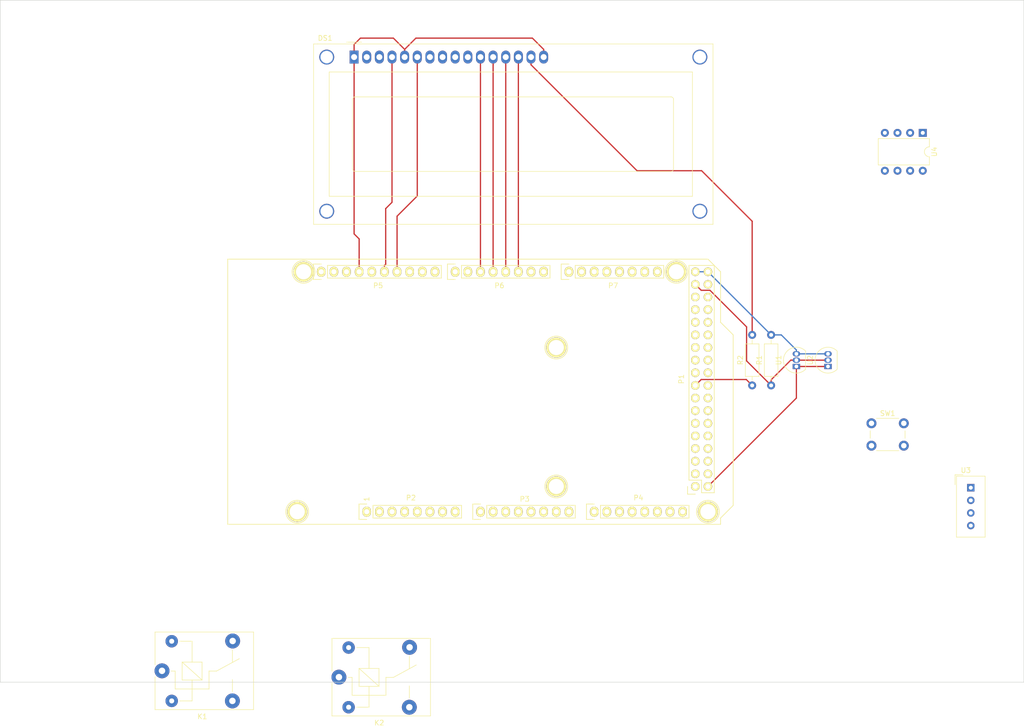
<source format=kicad_pcb>
(kicad_pcb (version 20171130) (host pcbnew 5.1.5-2.fc32)

  (general
    (thickness 1.6)
    (drawings 31)
    (tracks 54)
    (zones 0)
    (modules 23)
    (nets 106)
  )

  (page A4)
  (title_block
    (date "mar. 31 mars 2015")
  )

  (layers
    (0 F.Cu signal)
    (31 B.Cu signal)
    (32 B.Adhes user hide)
    (33 F.Adhes user hide)
    (34 B.Paste user hide)
    (35 F.Paste user hide)
    (36 B.SilkS user hide)
    (37 F.SilkS user)
    (38 B.Mask user hide)
    (39 F.Mask user hide)
    (40 Dwgs.User user hide)
    (41 Cmts.User user hide)
    (42 Eco1.User user hide)
    (43 Eco2.User user hide)
    (44 Edge.Cuts user)
    (45 Margin user hide)
    (46 B.CrtYd user hide)
    (47 F.CrtYd user)
    (48 B.Fab user hide)
    (49 F.Fab user)
  )

  (setup
    (last_trace_width 0.25)
    (trace_clearance 0.2)
    (zone_clearance 0.508)
    (zone_45_only no)
    (trace_min 0.2)
    (via_size 0.6)
    (via_drill 0.4)
    (via_min_size 0.4)
    (via_min_drill 0.3)
    (uvia_size 0.3)
    (uvia_drill 0.1)
    (uvias_allowed no)
    (uvia_min_size 0.2)
    (uvia_min_drill 0.1)
    (edge_width 0.15)
    (segment_width 0.15)
    (pcb_text_width 0.3)
    (pcb_text_size 1.5 1.5)
    (mod_edge_width 0.15)
    (mod_text_size 1 1)
    (mod_text_width 0.15)
    (pad_size 4.064 4.064)
    (pad_drill 3.048)
    (pad_to_mask_clearance 0)
    (aux_axis_origin 103.378 121.666)
    (grid_origin 103.378 121.666)
    (visible_elements FFFFFF7F)
    (pcbplotparams
      (layerselection 0x00030_80000001)
      (usegerberextensions false)
      (usegerberattributes false)
      (usegerberadvancedattributes false)
      (creategerberjobfile false)
      (excludeedgelayer true)
      (linewidth 0.100000)
      (plotframeref false)
      (viasonmask false)
      (mode 1)
      (useauxorigin false)
      (hpglpennumber 1)
      (hpglpenspeed 20)
      (hpglpendiameter 15.000000)
      (psnegative false)
      (psa4output false)
      (plotreference true)
      (plotvalue true)
      (plotinvisibletext false)
      (padsonsilk false)
      (subtractmaskfromsilk false)
      (outputformat 1)
      (mirror false)
      (drillshape 1)
      (scaleselection 1)
      (outputdirectory ""))
  )

  (net 0 "")
  (net 1 GND)
  (net 2 "/52(SCK)")
  (net 3 "/53(SS)")
  (net 4 "/50(MISO)")
  (net 5 "/51(MOSI)")
  (net 6 /48)
  (net 7 /49)
  (net 8 /46)
  (net 9 /47)
  (net 10 /44)
  (net 11 /45)
  (net 12 /42)
  (net 13 /43)
  (net 14 /41)
  (net 15 /39)
  (net 16 /36)
  (net 17 /37)
  (net 18 /35)
  (net 19 /32)
  (net 20 /33)
  (net 21 /30)
  (net 22 /31)
  (net 23 /28)
  (net 24 /29)
  (net 25 /26)
  (net 26 /27)
  (net 27 /24)
  (net 28 /25)
  (net 29 /23)
  (net 30 +5V)
  (net 31 /IOREF)
  (net 32 /Reset)
  (net 33 /Vin)
  (net 34 /A0)
  (net 35 /A1)
  (net 36 /A2)
  (net 37 /A3)
  (net 38 /A4)
  (net 39 /A5)
  (net 40 /A6)
  (net 41 /A7)
  (net 42 /A8)
  (net 43 /A9)
  (net 44 /A10)
  (net 45 /A11)
  (net 46 /A12)
  (net 47 /A13)
  (net 48 /A14)
  (net 49 /A15)
  (net 50 /AREF)
  (net 51 "/13(**)")
  (net 52 "/10(**)")
  (net 53 "/9(**)")
  (net 54 "/8(**)")
  (net 55 "/7(**)")
  (net 56 "/6(**)")
  (net 57 "Net-(P8-Pad1)")
  (net 58 "Net-(P9-Pad1)")
  (net 59 "Net-(P10-Pad1)")
  (net 60 "Net-(P11-Pad1)")
  (net 61 "Net-(P12-Pad1)")
  (net 62 "Net-(P13-Pad1)")
  (net 63 "Net-(P2-Pad1)")
  (net 64 +3V3)
  (net 65 "/1(Tx0)")
  (net 66 "/0(Rx0)")
  (net 67 "/14(Tx3)")
  (net 68 "/15(Rx3)")
  (net 69 "/16(Tx2)")
  (net 70 "/17(Rx2)")
  (net 71 "/18(Tx1)")
  (net 72 "/19(Rx1)")
  (net 73 "Net-(DS1-Pad15)")
  (net 74 LCD7)
  (net 75 LCD6)
  (net 76 LCD5)
  (net 77 LCD4)
  (net 78 "Net-(DS1-Pad10)")
  (net 79 "Net-(DS1-Pad9)")
  (net 80 "Net-(DS1-Pad8)")
  (net 81 "Net-(DS1-Pad7)")
  (net 82 LCDE)
  (net 83 LCDRS)
  (net 84 "Net-(DS1-Pad3)")
  (net 85 "Net-(K1-Pad1)")
  (net 86 "Net-(K1-Pad5)")
  (net 87 "Net-(K1-Pad4)")
  (net 88 "Net-(K1-Pad3)")
  (net 89 "Net-(K1-Pad2)")
  (net 90 "Net-(K2-Pad1)")
  (net 91 "Net-(K2-Pad5)")
  (net 92 "Net-(K2-Pad4)")
  (net 93 "Net-(K2-Pad3)")
  (net 94 "Net-(K2-Pad2)")
  (net 95 DHT)
  (net 96 LCDLED)
  (net 97 LCDButton)
  (net 98 DS18B20)
  (net 99 SCL)
  (net 100 SDA)
  (net 101 "Net-(U3-Pad3)")
  (net 102 "Net-(U4-Pad7)")
  (net 103 "Net-(U4-Pad3)")
  (net 104 "Net-(U4-Pad2)")
  (net 105 "Net-(U4-Pad1)")

  (net_class Default "This is the default net class."
    (clearance 0.2)
    (trace_width 0.25)
    (via_dia 0.6)
    (via_drill 0.4)
    (uvia_dia 0.3)
    (uvia_drill 0.1)
    (add_net +3V3)
    (add_net +5V)
    (add_net "/0(Rx0)")
    (add_net "/1(Tx0)")
    (add_net "/10(**)")
    (add_net "/13(**)")
    (add_net "/14(Tx3)")
    (add_net "/15(Rx3)")
    (add_net "/16(Tx2)")
    (add_net "/17(Rx2)")
    (add_net "/18(Tx1)")
    (add_net "/19(Rx1)")
    (add_net /23)
    (add_net /24)
    (add_net /25)
    (add_net /26)
    (add_net /27)
    (add_net /28)
    (add_net /29)
    (add_net /30)
    (add_net /31)
    (add_net /32)
    (add_net /33)
    (add_net /35)
    (add_net /36)
    (add_net /37)
    (add_net /39)
    (add_net /41)
    (add_net /42)
    (add_net /43)
    (add_net /44)
    (add_net /45)
    (add_net /46)
    (add_net /47)
    (add_net /48)
    (add_net /49)
    (add_net "/50(MISO)")
    (add_net "/51(MOSI)")
    (add_net "/52(SCK)")
    (add_net "/53(SS)")
    (add_net "/6(**)")
    (add_net "/7(**)")
    (add_net "/8(**)")
    (add_net "/9(**)")
    (add_net /A0)
    (add_net /A1)
    (add_net /A10)
    (add_net /A11)
    (add_net /A12)
    (add_net /A13)
    (add_net /A14)
    (add_net /A15)
    (add_net /A2)
    (add_net /A3)
    (add_net /A4)
    (add_net /A5)
    (add_net /A6)
    (add_net /A7)
    (add_net /A8)
    (add_net /A9)
    (add_net /AREF)
    (add_net /IOREF)
    (add_net /Reset)
    (add_net /Vin)
    (add_net DHT)
    (add_net DS18B20)
    (add_net GND)
    (add_net LCD4)
    (add_net LCD5)
    (add_net LCD6)
    (add_net LCD7)
    (add_net LCDButton)
    (add_net LCDE)
    (add_net LCDLED)
    (add_net LCDRS)
    (add_net "Net-(DS1-Pad10)")
    (add_net "Net-(DS1-Pad15)")
    (add_net "Net-(DS1-Pad3)")
    (add_net "Net-(DS1-Pad7)")
    (add_net "Net-(DS1-Pad8)")
    (add_net "Net-(DS1-Pad9)")
    (add_net "Net-(K1-Pad1)")
    (add_net "Net-(K1-Pad2)")
    (add_net "Net-(K1-Pad3)")
    (add_net "Net-(K1-Pad4)")
    (add_net "Net-(K1-Pad5)")
    (add_net "Net-(K2-Pad1)")
    (add_net "Net-(K2-Pad2)")
    (add_net "Net-(K2-Pad3)")
    (add_net "Net-(K2-Pad4)")
    (add_net "Net-(K2-Pad5)")
    (add_net "Net-(P10-Pad1)")
    (add_net "Net-(P11-Pad1)")
    (add_net "Net-(P12-Pad1)")
    (add_net "Net-(P13-Pad1)")
    (add_net "Net-(P2-Pad1)")
    (add_net "Net-(P8-Pad1)")
    (add_net "Net-(P9-Pad1)")
    (add_net "Net-(U3-Pad3)")
    (add_net "Net-(U4-Pad1)")
    (add_net "Net-(U4-Pad2)")
    (add_net "Net-(U4-Pad3)")
    (add_net "Net-(U4-Pad7)")
    (add_net SCL)
    (add_net SDA)
  )

  (module Package_DIP:DIP-8_W7.62mm (layer F.Cu) (tedit 5A02E8C5) (tstamp 5EAEBFDC)
    (at 243.078 42.926 270)
    (descr "8-lead though-hole mounted DIP package, row spacing 7.62 mm (300 mils)")
    (tags "THT DIP DIL PDIP 2.54mm 7.62mm 300mil")
    (path /5EB8FA32)
    (fp_text reference U4 (at 3.81 -2.33 90) (layer F.SilkS)
      (effects (font (size 1 1) (thickness 0.15)))
    )
    (fp_text value DS1307+ (at 3.81 9.95 90) (layer F.Fab)
      (effects (font (size 1 1) (thickness 0.15)))
    )
    (fp_text user %R (at 3.81 3.81 90) (layer F.Fab)
      (effects (font (size 1 1) (thickness 0.15)))
    )
    (fp_line (start 8.7 -1.55) (end -1.1 -1.55) (layer F.CrtYd) (width 0.05))
    (fp_line (start 8.7 9.15) (end 8.7 -1.55) (layer F.CrtYd) (width 0.05))
    (fp_line (start -1.1 9.15) (end 8.7 9.15) (layer F.CrtYd) (width 0.05))
    (fp_line (start -1.1 -1.55) (end -1.1 9.15) (layer F.CrtYd) (width 0.05))
    (fp_line (start 6.46 -1.33) (end 4.81 -1.33) (layer F.SilkS) (width 0.12))
    (fp_line (start 6.46 8.95) (end 6.46 -1.33) (layer F.SilkS) (width 0.12))
    (fp_line (start 1.16 8.95) (end 6.46 8.95) (layer F.SilkS) (width 0.12))
    (fp_line (start 1.16 -1.33) (end 1.16 8.95) (layer F.SilkS) (width 0.12))
    (fp_line (start 2.81 -1.33) (end 1.16 -1.33) (layer F.SilkS) (width 0.12))
    (fp_line (start 0.635 -0.27) (end 1.635 -1.27) (layer F.Fab) (width 0.1))
    (fp_line (start 0.635 8.89) (end 0.635 -0.27) (layer F.Fab) (width 0.1))
    (fp_line (start 6.985 8.89) (end 0.635 8.89) (layer F.Fab) (width 0.1))
    (fp_line (start 6.985 -1.27) (end 6.985 8.89) (layer F.Fab) (width 0.1))
    (fp_line (start 1.635 -1.27) (end 6.985 -1.27) (layer F.Fab) (width 0.1))
    (fp_arc (start 3.81 -1.33) (end 2.81 -1.33) (angle -180) (layer F.SilkS) (width 0.12))
    (pad 8 thru_hole oval (at 7.62 0 270) (size 1.6 1.6) (drill 0.8) (layers *.Cu *.Mask)
      (net 30 +5V))
    (pad 4 thru_hole oval (at 0 7.62 270) (size 1.6 1.6) (drill 0.8) (layers *.Cu *.Mask)
      (net 1 GND))
    (pad 7 thru_hole oval (at 7.62 2.54 270) (size 1.6 1.6) (drill 0.8) (layers *.Cu *.Mask)
      (net 102 "Net-(U4-Pad7)"))
    (pad 3 thru_hole oval (at 0 5.08 270) (size 1.6 1.6) (drill 0.8) (layers *.Cu *.Mask)
      (net 103 "Net-(U4-Pad3)"))
    (pad 6 thru_hole oval (at 7.62 5.08 270) (size 1.6 1.6) (drill 0.8) (layers *.Cu *.Mask)
      (net 100 SDA))
    (pad 2 thru_hole oval (at 0 2.54 270) (size 1.6 1.6) (drill 0.8) (layers *.Cu *.Mask)
      (net 104 "Net-(U4-Pad2)"))
    (pad 5 thru_hole oval (at 7.62 7.62 270) (size 1.6 1.6) (drill 0.8) (layers *.Cu *.Mask)
      (net 99 SCL))
    (pad 1 thru_hole rect (at 0 0 270) (size 1.6 1.6) (drill 0.8) (layers *.Cu *.Mask)
      (net 105 "Net-(U4-Pad1)"))
    (model ${KISYS3DMOD}/Package_DIP.3dshapes/DIP-8_W7.62mm.wrl
      (at (xyz 0 0 0))
      (scale (xyz 1 1 1))
      (rotate (xyz 0 0 0))
    )
  )

  (module Sensor:Aosong_DHT11_5.5x12.0_P2.54mm (layer F.Cu) (tedit 5C4B60CF) (tstamp 5EAEBFC0)
    (at 252.73 114.3)
    (descr "Temperature and humidity module, http://akizukidenshi.com/download/ds/aosong/DHT11.pdf")
    (tags "Temperature and humidity module")
    (path /5EB8E6AF)
    (fp_text reference U3 (at -1 -3.5) (layer F.SilkS)
      (effects (font (size 1 1) (thickness 0.15)))
    )
    (fp_text value DHT11 (at 0 11.3) (layer F.Fab)
      (effects (font (size 1 1) (thickness 0.15)))
    )
    (fp_line (start -3.16 -2.6) (end -1.55 -2.6) (layer F.SilkS) (width 0.12))
    (fp_line (start -3.16 -2.6) (end -3.16 -0.6) (layer F.SilkS) (width 0.12))
    (fp_line (start -2.75 -1.19) (end -1.75 -2.19) (layer F.Fab) (width 0.1))
    (fp_line (start -3 10.06) (end -3 -2.44) (layer F.CrtYd) (width 0.05))
    (fp_line (start 3 10.06) (end -3 10.06) (layer F.CrtYd) (width 0.05))
    (fp_line (start 3 -2.44) (end 3 10.06) (layer F.CrtYd) (width 0.05))
    (fp_line (start -3 -2.44) (end 3 -2.44) (layer F.CrtYd) (width 0.05))
    (fp_text user %R (at 0 3.81) (layer F.Fab)
      (effects (font (size 1 1) (thickness 0.15)))
    )
    (fp_line (start -2.88 9.94) (end -2.88 -2.31) (layer F.SilkS) (width 0.12))
    (fp_line (start 2.88 9.94) (end -2.88 9.94) (layer F.SilkS) (width 0.12))
    (fp_line (start 2.88 -2.32) (end 2.88 9.94) (layer F.SilkS) (width 0.12))
    (fp_line (start -2.87 -2.32) (end 2.87 -2.32) (layer F.SilkS) (width 0.12))
    (fp_line (start -2.75 -1.19) (end -2.75 9.81) (layer F.Fab) (width 0.1))
    (fp_line (start 2.75 9.81) (end -2.75 9.81) (layer F.Fab) (width 0.1))
    (fp_line (start 2.75 -2.19) (end 2.75 9.81) (layer F.Fab) (width 0.1))
    (fp_line (start -1.75 -2.19) (end 2.75 -2.19) (layer F.Fab) (width 0.1))
    (pad 4 thru_hole circle (at 0 7.62) (size 1.5 1.5) (drill 0.8) (layers *.Cu *.Mask)
      (net 1 GND))
    (pad 3 thru_hole circle (at 0 5.08) (size 1.5 1.5) (drill 0.8) (layers *.Cu *.Mask)
      (net 101 "Net-(U3-Pad3)"))
    (pad 2 thru_hole circle (at 0 2.54) (size 1.5 1.5) (drill 0.8) (layers *.Cu *.Mask)
      (net 95 DHT))
    (pad 1 thru_hole rect (at 0 0) (size 1.5 1.5) (drill 0.8) (layers *.Cu *.Mask)
      (net 30 +5V))
    (model ${KISYS3DMOD}/Sensor.3dshapes/Aosong_DHT11_5.5x12.0_P2.54mm.wrl
      (at (xyz 0 0 0))
      (scale (xyz 1 1 1))
      (rotate (xyz 0 0 0))
    )
  )

  (module Package_TO_SOT_THT:TO-92_Inline (layer F.Cu) (tedit 5A1DD157) (tstamp 5EAEBFA8)
    (at 224.028 89.916 90)
    (descr "TO-92 leads in-line, narrow, oval pads, drill 0.75mm (see NXP sot054_po.pdf)")
    (tags "to-92 sc-43 sc-43a sot54 PA33 transistor")
    (path /5EAEFB35)
    (fp_text reference U2 (at 1.27 -3.56 90) (layer F.SilkS)
      (effects (font (size 1 1) (thickness 0.15)))
    )
    (fp_text value DS18B20 (at 1.27 2.79 90) (layer F.Fab)
      (effects (font (size 1 1) (thickness 0.15)))
    )
    (fp_arc (start 1.27 0) (end 1.27 -2.6) (angle 135) (layer F.SilkS) (width 0.12))
    (fp_arc (start 1.27 0) (end 1.27 -2.48) (angle -135) (layer F.Fab) (width 0.1))
    (fp_arc (start 1.27 0) (end 1.27 -2.6) (angle -135) (layer F.SilkS) (width 0.12))
    (fp_arc (start 1.27 0) (end 1.27 -2.48) (angle 135) (layer F.Fab) (width 0.1))
    (fp_line (start 4 2.01) (end -1.46 2.01) (layer F.CrtYd) (width 0.05))
    (fp_line (start 4 2.01) (end 4 -2.73) (layer F.CrtYd) (width 0.05))
    (fp_line (start -1.46 -2.73) (end -1.46 2.01) (layer F.CrtYd) (width 0.05))
    (fp_line (start -1.46 -2.73) (end 4 -2.73) (layer F.CrtYd) (width 0.05))
    (fp_line (start -0.5 1.75) (end 3 1.75) (layer F.Fab) (width 0.1))
    (fp_line (start -0.53 1.85) (end 3.07 1.85) (layer F.SilkS) (width 0.12))
    (fp_text user %R (at 1.27 -3.56 90) (layer F.Fab)
      (effects (font (size 1 1) (thickness 0.15)))
    )
    (pad 1 thru_hole rect (at 0 0 90) (size 1.05 1.5) (drill 0.75) (layers *.Cu *.Mask)
      (net 1 GND))
    (pad 3 thru_hole oval (at 2.54 0 90) (size 1.05 1.5) (drill 0.75) (layers *.Cu *.Mask)
      (net 30 +5V))
    (pad 2 thru_hole oval (at 1.27 0 90) (size 1.05 1.5) (drill 0.75) (layers *.Cu *.Mask)
      (net 98 DS18B20))
    (model ${KISYS3DMOD}/Package_TO_SOT_THT.3dshapes/TO-92_Inline.wrl
      (at (xyz 0 0 0))
      (scale (xyz 1 1 1))
      (rotate (xyz 0 0 0))
    )
  )

  (module Package_TO_SOT_THT:TO-92_Inline (layer F.Cu) (tedit 5A1DD157) (tstamp 5EAEBF96)
    (at 217.678 89.916 90)
    (descr "TO-92 leads in-line, narrow, oval pads, drill 0.75mm (see NXP sot054_po.pdf)")
    (tags "to-92 sc-43 sc-43a sot54 PA33 transistor")
    (path /5EAE9D8E)
    (fp_text reference U1 (at 1.27 -3.56 90) (layer F.SilkS)
      (effects (font (size 1 1) (thickness 0.15)))
    )
    (fp_text value DS18B20 (at 1.27 2.79 90) (layer F.Fab)
      (effects (font (size 1 1) (thickness 0.15)))
    )
    (fp_arc (start 1.27 0) (end 1.27 -2.6) (angle 135) (layer F.SilkS) (width 0.12))
    (fp_arc (start 1.27 0) (end 1.27 -2.48) (angle -135) (layer F.Fab) (width 0.1))
    (fp_arc (start 1.27 0) (end 1.27 -2.6) (angle -135) (layer F.SilkS) (width 0.12))
    (fp_arc (start 1.27 0) (end 1.27 -2.48) (angle 135) (layer F.Fab) (width 0.1))
    (fp_line (start 4 2.01) (end -1.46 2.01) (layer F.CrtYd) (width 0.05))
    (fp_line (start 4 2.01) (end 4 -2.73) (layer F.CrtYd) (width 0.05))
    (fp_line (start -1.46 -2.73) (end -1.46 2.01) (layer F.CrtYd) (width 0.05))
    (fp_line (start -1.46 -2.73) (end 4 -2.73) (layer F.CrtYd) (width 0.05))
    (fp_line (start -0.5 1.75) (end 3 1.75) (layer F.Fab) (width 0.1))
    (fp_line (start -0.53 1.85) (end 3.07 1.85) (layer F.SilkS) (width 0.12))
    (fp_text user %R (at 1.27 -3.56 90) (layer F.Fab)
      (effects (font (size 1 1) (thickness 0.15)))
    )
    (pad 1 thru_hole rect (at 0 0 90) (size 1.05 1.5) (drill 0.75) (layers *.Cu *.Mask)
      (net 1 GND))
    (pad 3 thru_hole oval (at 2.54 0 90) (size 1.05 1.5) (drill 0.75) (layers *.Cu *.Mask)
      (net 30 +5V))
    (pad 2 thru_hole oval (at 1.27 0 90) (size 1.05 1.5) (drill 0.75) (layers *.Cu *.Mask)
      (net 98 DS18B20))
    (model ${KISYS3DMOD}/Package_TO_SOT_THT.3dshapes/TO-92_Inline.wrl
      (at (xyz 0 0 0))
      (scale (xyz 1 1 1))
      (rotate (xyz 0 0 0))
    )
  )

  (module Button_Switch_THT:SW_PUSH_6mm_H5mm (layer F.Cu) (tedit 5A02FE31) (tstamp 5EAFE2DB)
    (at 232.768 101.346)
    (descr "tactile push button, 6x6mm e.g. PHAP33xx series, height=5mm")
    (tags "tact sw push 6mm")
    (path /5EBD5A53)
    (fp_text reference SW1 (at 3.25 -2) (layer F.SilkS)
      (effects (font (size 1 1) (thickness 0.15)))
    )
    (fp_text value SW_Push_Dual (at 3.75 6.7) (layer F.Fab)
      (effects (font (size 1 1) (thickness 0.15)))
    )
    (fp_circle (center 3.25 2.25) (end 1.25 2.5) (layer F.Fab) (width 0.1))
    (fp_line (start 6.75 3) (end 6.75 1.5) (layer F.SilkS) (width 0.12))
    (fp_line (start 5.5 -1) (end 1 -1) (layer F.SilkS) (width 0.12))
    (fp_line (start -0.25 1.5) (end -0.25 3) (layer F.SilkS) (width 0.12))
    (fp_line (start 1 5.5) (end 5.5 5.5) (layer F.SilkS) (width 0.12))
    (fp_line (start 8 -1.25) (end 8 5.75) (layer F.CrtYd) (width 0.05))
    (fp_line (start 7.75 6) (end -1.25 6) (layer F.CrtYd) (width 0.05))
    (fp_line (start -1.5 5.75) (end -1.5 -1.25) (layer F.CrtYd) (width 0.05))
    (fp_line (start -1.25 -1.5) (end 7.75 -1.5) (layer F.CrtYd) (width 0.05))
    (fp_line (start -1.5 6) (end -1.25 6) (layer F.CrtYd) (width 0.05))
    (fp_line (start -1.5 5.75) (end -1.5 6) (layer F.CrtYd) (width 0.05))
    (fp_line (start -1.5 -1.5) (end -1.25 -1.5) (layer F.CrtYd) (width 0.05))
    (fp_line (start -1.5 -1.25) (end -1.5 -1.5) (layer F.CrtYd) (width 0.05))
    (fp_line (start 8 -1.5) (end 8 -1.25) (layer F.CrtYd) (width 0.05))
    (fp_line (start 7.75 -1.5) (end 8 -1.5) (layer F.CrtYd) (width 0.05))
    (fp_line (start 8 6) (end 8 5.75) (layer F.CrtYd) (width 0.05))
    (fp_line (start 7.75 6) (end 8 6) (layer F.CrtYd) (width 0.05))
    (fp_line (start 0.25 -0.75) (end 3.25 -0.75) (layer F.Fab) (width 0.1))
    (fp_line (start 0.25 5.25) (end 0.25 -0.75) (layer F.Fab) (width 0.1))
    (fp_line (start 6.25 5.25) (end 0.25 5.25) (layer F.Fab) (width 0.1))
    (fp_line (start 6.25 -0.75) (end 6.25 5.25) (layer F.Fab) (width 0.1))
    (fp_line (start 3.25 -0.75) (end 6.25 -0.75) (layer F.Fab) (width 0.1))
    (fp_text user %R (at 3.25 2.25) (layer F.Fab)
      (effects (font (size 1 1) (thickness 0.15)))
    )
    (pad 1 thru_hole circle (at 6.5 0 90) (size 2 2) (drill 1.1) (layers *.Cu *.Mask)
      (net 1 GND))
    (pad 2 thru_hole circle (at 6.5 4.5 90) (size 2 2) (drill 1.1) (layers *.Cu *.Mask)
      (net 97 LCDButton))
    (pad 1 thru_hole circle (at 0 0 90) (size 2 2) (drill 1.1) (layers *.Cu *.Mask)
      (net 1 GND))
    (pad 2 thru_hole circle (at 0 4.5 90) (size 2 2) (drill 1.1) (layers *.Cu *.Mask)
      (net 97 LCDButton))
    (model ${KISYS3DMOD}/Button_Switch_THT.3dshapes/SW_PUSH_6mm_H5mm.wrl
      (at (xyz 0 0 0))
      (scale (xyz 1 1 1))
      (rotate (xyz 0 0 0))
    )
  )

  (module Resistor_THT:R_Axial_DIN0207_L6.3mm_D2.5mm_P10.16mm_Horizontal (layer F.Cu) (tedit 5AE5139B) (tstamp 5EAED439)
    (at 208.788 93.726 90)
    (descr "Resistor, Axial_DIN0207 series, Axial, Horizontal, pin pitch=10.16mm, 0.25W = 1/4W, length*diameter=6.3*2.5mm^2, http://cdn-reichelt.de/documents/datenblatt/B400/1_4W%23YAG.pdf")
    (tags "Resistor Axial_DIN0207 series Axial Horizontal pin pitch 10.16mm 0.25W = 1/4W length 6.3mm diameter 2.5mm")
    (path /5EC8205C)
    (fp_text reference R2 (at 5.08 -2.37 90) (layer F.SilkS)
      (effects (font (size 1 1) (thickness 0.15)))
    )
    (fp_text value 220 (at 5.08 2.37 90) (layer F.Fab)
      (effects (font (size 1 1) (thickness 0.15)))
    )
    (fp_text user %R (at 5.08 0 90) (layer F.Fab)
      (effects (font (size 1 1) (thickness 0.15)))
    )
    (fp_line (start 11.21 -1.5) (end -1.05 -1.5) (layer F.CrtYd) (width 0.05))
    (fp_line (start 11.21 1.5) (end 11.21 -1.5) (layer F.CrtYd) (width 0.05))
    (fp_line (start -1.05 1.5) (end 11.21 1.5) (layer F.CrtYd) (width 0.05))
    (fp_line (start -1.05 -1.5) (end -1.05 1.5) (layer F.CrtYd) (width 0.05))
    (fp_line (start 9.12 0) (end 8.35 0) (layer F.SilkS) (width 0.12))
    (fp_line (start 1.04 0) (end 1.81 0) (layer F.SilkS) (width 0.12))
    (fp_line (start 8.35 -1.37) (end 1.81 -1.37) (layer F.SilkS) (width 0.12))
    (fp_line (start 8.35 1.37) (end 8.35 -1.37) (layer F.SilkS) (width 0.12))
    (fp_line (start 1.81 1.37) (end 8.35 1.37) (layer F.SilkS) (width 0.12))
    (fp_line (start 1.81 -1.37) (end 1.81 1.37) (layer F.SilkS) (width 0.12))
    (fp_line (start 10.16 0) (end 8.23 0) (layer F.Fab) (width 0.1))
    (fp_line (start 0 0) (end 1.93 0) (layer F.Fab) (width 0.1))
    (fp_line (start 8.23 -1.25) (end 1.93 -1.25) (layer F.Fab) (width 0.1))
    (fp_line (start 8.23 1.25) (end 8.23 -1.25) (layer F.Fab) (width 0.1))
    (fp_line (start 1.93 1.25) (end 8.23 1.25) (layer F.Fab) (width 0.1))
    (fp_line (start 1.93 -1.25) (end 1.93 1.25) (layer F.Fab) (width 0.1))
    (pad 2 thru_hole oval (at 10.16 0 90) (size 1.6 1.6) (drill 0.8) (layers *.Cu *.Mask)
      (net 73 "Net-(DS1-Pad15)"))
    (pad 1 thru_hole circle (at 0 0 90) (size 1.6 1.6) (drill 0.8) (layers *.Cu *.Mask)
      (net 96 LCDLED))
    (model ${KISYS3DMOD}/Resistor_THT.3dshapes/R_Axial_DIN0207_L6.3mm_D2.5mm_P10.16mm_Horizontal.wrl
      (at (xyz 0 0 0))
      (scale (xyz 1 1 1))
      (rotate (xyz 0 0 0))
    )
  )

  (module Resistor_THT:R_Axial_DIN0207_L6.3mm_D2.5mm_P10.16mm_Horizontal (layer F.Cu) (tedit 5AE5139B) (tstamp 5EAEBF4E)
    (at 212.598 93.726 90)
    (descr "Resistor, Axial_DIN0207 series, Axial, Horizontal, pin pitch=10.16mm, 0.25W = 1/4W, length*diameter=6.3*2.5mm^2, http://cdn-reichelt.de/documents/datenblatt/B400/1_4W%23YAG.pdf")
    (tags "Resistor Axial_DIN0207 series Axial Horizontal pin pitch 10.16mm 0.25W = 1/4W length 6.3mm diameter 2.5mm")
    (path /5EB654E3)
    (fp_text reference R1 (at 5.08 -2.37 90) (layer F.SilkS)
      (effects (font (size 1 1) (thickness 0.15)))
    )
    (fp_text value 4.7k (at 5.08 2.37 90) (layer F.Fab)
      (effects (font (size 1 1) (thickness 0.15)))
    )
    (fp_text user %R (at 5.08 0 90) (layer F.Fab)
      (effects (font (size 1 1) (thickness 0.15)))
    )
    (fp_line (start 11.21 -1.5) (end -1.05 -1.5) (layer F.CrtYd) (width 0.05))
    (fp_line (start 11.21 1.5) (end 11.21 -1.5) (layer F.CrtYd) (width 0.05))
    (fp_line (start -1.05 1.5) (end 11.21 1.5) (layer F.CrtYd) (width 0.05))
    (fp_line (start -1.05 -1.5) (end -1.05 1.5) (layer F.CrtYd) (width 0.05))
    (fp_line (start 9.12 0) (end 8.35 0) (layer F.SilkS) (width 0.12))
    (fp_line (start 1.04 0) (end 1.81 0) (layer F.SilkS) (width 0.12))
    (fp_line (start 8.35 -1.37) (end 1.81 -1.37) (layer F.SilkS) (width 0.12))
    (fp_line (start 8.35 1.37) (end 8.35 -1.37) (layer F.SilkS) (width 0.12))
    (fp_line (start 1.81 1.37) (end 8.35 1.37) (layer F.SilkS) (width 0.12))
    (fp_line (start 1.81 -1.37) (end 1.81 1.37) (layer F.SilkS) (width 0.12))
    (fp_line (start 10.16 0) (end 8.23 0) (layer F.Fab) (width 0.1))
    (fp_line (start 0 0) (end 1.93 0) (layer F.Fab) (width 0.1))
    (fp_line (start 8.23 -1.25) (end 1.93 -1.25) (layer F.Fab) (width 0.1))
    (fp_line (start 8.23 1.25) (end 8.23 -1.25) (layer F.Fab) (width 0.1))
    (fp_line (start 1.93 1.25) (end 8.23 1.25) (layer F.Fab) (width 0.1))
    (fp_line (start 1.93 -1.25) (end 1.93 1.25) (layer F.Fab) (width 0.1))
    (pad 2 thru_hole oval (at 10.16 0 90) (size 1.6 1.6) (drill 0.8) (layers *.Cu *.Mask)
      (net 30 +5V))
    (pad 1 thru_hole circle (at 0 0 90) (size 1.6 1.6) (drill 0.8) (layers *.Cu *.Mask)
      (net 98 DS18B20))
    (model ${KISYS3DMOD}/Resistor_THT.3dshapes/R_Axial_DIN0207_L6.3mm_D2.5mm_P10.16mm_Horizontal.wrl
      (at (xyz 0 0 0))
      (scale (xyz 1 1 1))
      (rotate (xyz 0 0 0))
    )
  )

  (module Relay_THT:Relay_SPDT_SANYOU_SRD_Series_Form_C (layer F.Cu) (tedit 58FA3148) (tstamp 5EAEBD89)
    (at 125.73 152.4)
    (descr "relay Sanyou SRD series Form C http://www.sanyourelay.ca/public/products/pdf/SRD.pdf")
    (tags "relay Sanyu SRD form C")
    (path /5EBD29B7)
    (fp_text reference K2 (at 8.1 9.2) (layer F.SilkS)
      (effects (font (size 1 1) (thickness 0.15)))
    )
    (fp_text value ph (at 8 -9.6) (layer F.Fab)
      (effects (font (size 1 1) (thickness 0.15)))
    )
    (fp_line (start 8.05 1.85) (end 4.05 1.85) (layer F.SilkS) (width 0.12))
    (fp_line (start 8.05 -1.75) (end 8.05 1.85) (layer F.SilkS) (width 0.12))
    (fp_line (start 4.05 -1.75) (end 8.05 -1.75) (layer F.SilkS) (width 0.12))
    (fp_line (start 4.05 1.85) (end 4.05 -1.75) (layer F.SilkS) (width 0.12))
    (fp_line (start 8.05 1.85) (end 4.05 -1.75) (layer F.SilkS) (width 0.12))
    (fp_line (start 6.05 1.85) (end 6.05 6.05) (layer F.SilkS) (width 0.12))
    (fp_line (start 6.05 -5.95) (end 6.05 -1.75) (layer F.SilkS) (width 0.12))
    (fp_line (start 2.65 0.05) (end 2.65 3.65) (layer F.SilkS) (width 0.12))
    (fp_line (start 9.45 0.05) (end 9.45 3.65) (layer F.SilkS) (width 0.12))
    (fp_line (start 9.45 3.65) (end 2.65 3.65) (layer F.SilkS) (width 0.12))
    (fp_line (start 10.95 0.05) (end 15.55 -2.45) (layer F.SilkS) (width 0.12))
    (fp_line (start 9.45 0.05) (end 10.95 0.05) (layer F.SilkS) (width 0.12))
    (fp_line (start 6.05 -5.95) (end 3.55 -5.95) (layer F.SilkS) (width 0.12))
    (fp_line (start 2.65 0.05) (end 1.85 0.05) (layer F.SilkS) (width 0.12))
    (fp_line (start 3.55 6.05) (end 6.05 6.05) (layer F.SilkS) (width 0.12))
    (fp_line (start 14.15 -4.2) (end 14.15 -1.7) (layer F.SilkS) (width 0.12))
    (fp_line (start 14.15 4.2) (end 14.15 1.75) (layer F.SilkS) (width 0.12))
    (fp_line (start -1.55 7.95) (end 18.55 7.95) (layer F.CrtYd) (width 0.05))
    (fp_line (start 18.55 -7.95) (end 18.55 7.95) (layer F.CrtYd) (width 0.05))
    (fp_line (start -1.55 7.95) (end -1.55 -7.95) (layer F.CrtYd) (width 0.05))
    (fp_line (start 18.55 -7.95) (end -1.55 -7.95) (layer F.CrtYd) (width 0.05))
    (fp_text user %R (at 7.1 0.025) (layer F.Fab)
      (effects (font (size 1 1) (thickness 0.15)))
    )
    (fp_line (start -1.3 7.7) (end -1.3 -7.7) (layer F.Fab) (width 0.12))
    (fp_line (start 18.3 7.7) (end -1.3 7.7) (layer F.Fab) (width 0.12))
    (fp_line (start 18.3 -7.7) (end 18.3 7.7) (layer F.Fab) (width 0.12))
    (fp_line (start -1.3 -7.7) (end 18.3 -7.7) (layer F.Fab) (width 0.12))
    (fp_text user 1 (at 0 -2.3) (layer F.Fab)
      (effects (font (size 1 1) (thickness 0.15)))
    )
    (fp_line (start 18.4 7.8) (end -1.4 7.8) (layer F.SilkS) (width 0.12))
    (fp_line (start 18.4 -7.8) (end 18.4 7.8) (layer F.SilkS) (width 0.12))
    (fp_line (start -1.4 -7.8) (end 18.4 -7.8) (layer F.SilkS) (width 0.12))
    (fp_line (start -1.4 -7.8) (end -1.4 -1.2) (layer F.SilkS) (width 0.12))
    (fp_line (start -1.4 1.2) (end -1.4 7.8) (layer F.SilkS) (width 0.12))
    (pad 1 thru_hole circle (at 0 0 90) (size 3 3) (drill 1.3) (layers *.Cu *.Mask)
      (net 90 "Net-(K2-Pad1)"))
    (pad 5 thru_hole circle (at 1.95 -5.95 90) (size 2.5 2.5) (drill 1) (layers *.Cu *.Mask)
      (net 91 "Net-(K2-Pad5)"))
    (pad 4 thru_hole circle (at 14.2 -6 90) (size 3 3) (drill 1.3) (layers *.Cu *.Mask)
      (net 92 "Net-(K2-Pad4)"))
    (pad 3 thru_hole circle (at 14.15 6.05 90) (size 3 3) (drill 1.3) (layers *.Cu *.Mask)
      (net 93 "Net-(K2-Pad3)"))
    (pad 2 thru_hole circle (at 1.95 6.05 90) (size 2.5 2.5) (drill 1) (layers *.Cu *.Mask)
      (net 94 "Net-(K2-Pad2)"))
    (model ${KISYS3DMOD}/Relay_THT.3dshapes/Relay_SPDT_SANYOU_SRD_Series_Form_C.wrl
      (at (xyz 0 0 0))
      (scale (xyz 1 1 1))
      (rotate (xyz 0 0 0))
    )
  )

  (module Relay_THT:Relay_SPDT_SANYOU_SRD_Series_Form_C (layer F.Cu) (tedit 58FA3148) (tstamp 5EAEBD60)
    (at 90.17 151.13)
    (descr "relay Sanyou SRD series Form C http://www.sanyourelay.ca/public/products/pdf/SRD.pdf")
    (tags "relay Sanyu SRD form C")
    (path /5EBD254A)
    (fp_text reference K1 (at 8.1 9.2) (layer F.SilkS)
      (effects (font (size 1 1) (thickness 0.15)))
    )
    (fp_text value filter (at 8 -9.6) (layer F.Fab)
      (effects (font (size 1 1) (thickness 0.15)))
    )
    (fp_line (start 8.05 1.85) (end 4.05 1.85) (layer F.SilkS) (width 0.12))
    (fp_line (start 8.05 -1.75) (end 8.05 1.85) (layer F.SilkS) (width 0.12))
    (fp_line (start 4.05 -1.75) (end 8.05 -1.75) (layer F.SilkS) (width 0.12))
    (fp_line (start 4.05 1.85) (end 4.05 -1.75) (layer F.SilkS) (width 0.12))
    (fp_line (start 8.05 1.85) (end 4.05 -1.75) (layer F.SilkS) (width 0.12))
    (fp_line (start 6.05 1.85) (end 6.05 6.05) (layer F.SilkS) (width 0.12))
    (fp_line (start 6.05 -5.95) (end 6.05 -1.75) (layer F.SilkS) (width 0.12))
    (fp_line (start 2.65 0.05) (end 2.65 3.65) (layer F.SilkS) (width 0.12))
    (fp_line (start 9.45 0.05) (end 9.45 3.65) (layer F.SilkS) (width 0.12))
    (fp_line (start 9.45 3.65) (end 2.65 3.65) (layer F.SilkS) (width 0.12))
    (fp_line (start 10.95 0.05) (end 15.55 -2.45) (layer F.SilkS) (width 0.12))
    (fp_line (start 9.45 0.05) (end 10.95 0.05) (layer F.SilkS) (width 0.12))
    (fp_line (start 6.05 -5.95) (end 3.55 -5.95) (layer F.SilkS) (width 0.12))
    (fp_line (start 2.65 0.05) (end 1.85 0.05) (layer F.SilkS) (width 0.12))
    (fp_line (start 3.55 6.05) (end 6.05 6.05) (layer F.SilkS) (width 0.12))
    (fp_line (start 14.15 -4.2) (end 14.15 -1.7) (layer F.SilkS) (width 0.12))
    (fp_line (start 14.15 4.2) (end 14.15 1.75) (layer F.SilkS) (width 0.12))
    (fp_line (start -1.55 7.95) (end 18.55 7.95) (layer F.CrtYd) (width 0.05))
    (fp_line (start 18.55 -7.95) (end 18.55 7.95) (layer F.CrtYd) (width 0.05))
    (fp_line (start -1.55 7.95) (end -1.55 -7.95) (layer F.CrtYd) (width 0.05))
    (fp_line (start 18.55 -7.95) (end -1.55 -7.95) (layer F.CrtYd) (width 0.05))
    (fp_text user %R (at 7.1 0.025) (layer F.Fab)
      (effects (font (size 1 1) (thickness 0.15)))
    )
    (fp_line (start -1.3 7.7) (end -1.3 -7.7) (layer F.Fab) (width 0.12))
    (fp_line (start 18.3 7.7) (end -1.3 7.7) (layer F.Fab) (width 0.12))
    (fp_line (start 18.3 -7.7) (end 18.3 7.7) (layer F.Fab) (width 0.12))
    (fp_line (start -1.3 -7.7) (end 18.3 -7.7) (layer F.Fab) (width 0.12))
    (fp_text user 1 (at 0 -2.3) (layer F.Fab)
      (effects (font (size 1 1) (thickness 0.15)))
    )
    (fp_line (start 18.4 7.8) (end -1.4 7.8) (layer F.SilkS) (width 0.12))
    (fp_line (start 18.4 -7.8) (end 18.4 7.8) (layer F.SilkS) (width 0.12))
    (fp_line (start -1.4 -7.8) (end 18.4 -7.8) (layer F.SilkS) (width 0.12))
    (fp_line (start -1.4 -7.8) (end -1.4 -1.2) (layer F.SilkS) (width 0.12))
    (fp_line (start -1.4 1.2) (end -1.4 7.8) (layer F.SilkS) (width 0.12))
    (pad 1 thru_hole circle (at 0 0 90) (size 3 3) (drill 1.3) (layers *.Cu *.Mask)
      (net 85 "Net-(K1-Pad1)"))
    (pad 5 thru_hole circle (at 1.95 -5.95 90) (size 2.5 2.5) (drill 1) (layers *.Cu *.Mask)
      (net 86 "Net-(K1-Pad5)"))
    (pad 4 thru_hole circle (at 14.2 -6 90) (size 3 3) (drill 1.3) (layers *.Cu *.Mask)
      (net 87 "Net-(K1-Pad4)"))
    (pad 3 thru_hole circle (at 14.15 6.05 90) (size 3 3) (drill 1.3) (layers *.Cu *.Mask)
      (net 88 "Net-(K1-Pad3)"))
    (pad 2 thru_hole circle (at 1.95 6.05 90) (size 2.5 2.5) (drill 1) (layers *.Cu *.Mask)
      (net 89 "Net-(K1-Pad2)"))
    (model ${KISYS3DMOD}/Relay_THT.3dshapes/Relay_SPDT_SANYOU_SRD_Series_Form_C.wrl
      (at (xyz 0 0 0))
      (scale (xyz 1 1 1))
      (rotate (xyz 0 0 0))
    )
  )

  (module Display:WC1602A (layer F.Cu) (tedit 5A02FE80) (tstamp 5EAEBD37)
    (at 128.778 27.686)
    (descr "LCD 16x2 http://www.wincomlcd.com/pdf/WC1602A-SFYLYHTC06.pdf")
    (tags "LCD 16x2 Alphanumeric 16pin")
    (path /5EBD0557)
    (fp_text reference DS1 (at -5.82 -3.81) (layer F.SilkS)
      (effects (font (size 1 1) (thickness 0.15)))
    )
    (fp_text value WC1602A (at -4.31 34.66) (layer F.Fab)
      (effects (font (size 1 1) (thickness 0.15)))
    )
    (fp_line (start -8 33.5) (end -8 -2.5) (layer F.Fab) (width 0.1))
    (fp_line (start 72 33.5) (end -8 33.5) (layer F.Fab) (width 0.1))
    (fp_line (start 72 -2.5) (end 72 33.5) (layer F.Fab) (width 0.1))
    (fp_line (start 1 -2.5) (end 72 -2.5) (layer F.Fab) (width 0.1))
    (fp_line (start -5 28) (end -5 3) (layer F.SilkS) (width 0.12))
    (fp_line (start 68 28) (end -5 28) (layer F.SilkS) (width 0.12))
    (fp_line (start 68 3) (end 68 28) (layer F.SilkS) (width 0.12))
    (fp_line (start -5 3) (end 68 3) (layer F.SilkS) (width 0.12))
    (fp_arc (start 0.20066 8.49884) (end -0.29972 8.49884) (angle 90) (layer F.SilkS) (width 0.12))
    (fp_arc (start 0.20066 22.49932) (end 0.20066 22.9997) (angle 90) (layer F.SilkS) (width 0.12))
    (fp_arc (start 63.70066 22.49932) (end 64.20104 22.49932) (angle 90) (layer F.SilkS) (width 0.12))
    (fp_arc (start 63.7 8.5) (end 63.7 8) (angle 90) (layer F.SilkS) (width 0.12))
    (fp_line (start 64.2 8.5) (end 64.2 22.5) (layer F.SilkS) (width 0.12))
    (fp_line (start 63.70066 23) (end 0.2 23) (layer F.SilkS) (width 0.12))
    (fp_line (start -0.29972 22.49932) (end -0.29972 8.5) (layer F.SilkS) (width 0.12))
    (fp_line (start 0.2 8) (end 63.7 8) (layer F.SilkS) (width 0.12))
    (fp_text user %R (at 30.37 14.74) (layer F.Fab)
      (effects (font (size 1 1) (thickness 0.1)))
    )
    (fp_line (start -1 -2.5) (end -8 -2.5) (layer F.Fab) (width 0.1))
    (fp_line (start 0 -1.5) (end -1 -2.5) (layer F.Fab) (width 0.1))
    (fp_line (start 1 -2.5) (end 0 -1.5) (layer F.Fab) (width 0.1))
    (fp_line (start -8.25 -2.75) (end 72.25 -2.75) (layer F.CrtYd) (width 0.05))
    (fp_line (start -1.5 -3) (end 1.5 -3) (layer F.SilkS) (width 0.12))
    (fp_line (start 72.25 -2.75) (end 72.25 33.75) (layer F.CrtYd) (width 0.05))
    (fp_line (start -8.25 33.75) (end 72.25 33.75) (layer F.CrtYd) (width 0.05))
    (fp_line (start -8.25 -2.75) (end -8.25 33.75) (layer F.CrtYd) (width 0.05))
    (fp_line (start -8.13 -2.64) (end -7.34 -2.64) (layer F.SilkS) (width 0.12))
    (fp_line (start -8.14 -2.64) (end -8.14 33.64) (layer F.SilkS) (width 0.12))
    (fp_line (start 72.14 -2.64) (end -7.34 -2.64) (layer F.SilkS) (width 0.12))
    (fp_line (start 72.14 33.64) (end 72.14 -2.64) (layer F.SilkS) (width 0.12))
    (fp_line (start -8.14 33.64) (end 72.14 33.64) (layer F.SilkS) (width 0.12))
    (pad "" thru_hole circle (at 69.5 0) (size 3 3) (drill 2.5) (layers *.Cu *.Mask))
    (pad "" thru_hole circle (at 69.49948 31.0007) (size 3 3) (drill 2.5) (layers *.Cu *.Mask))
    (pad "" thru_hole circle (at -5.4991 31.0007) (size 3 3) (drill 2.5) (layers *.Cu *.Mask))
    (pad "" thru_hole circle (at -5.4991 0) (size 3 3) (drill 2.5) (layers *.Cu *.Mask))
    (pad 16 thru_hole oval (at 38.1 0) (size 1.8 2.6) (drill 1.2) (layers *.Cu *.Mask)
      (net 1 GND))
    (pad 15 thru_hole oval (at 35.56 0) (size 1.8 2.6) (drill 1.2) (layers *.Cu *.Mask)
      (net 73 "Net-(DS1-Pad15)"))
    (pad 14 thru_hole oval (at 33.02 0) (size 1.8 2.6) (drill 1.2) (layers *.Cu *.Mask)
      (net 74 LCD7))
    (pad 13 thru_hole oval (at 30.48 0) (size 1.8 2.6) (drill 1.2) (layers *.Cu *.Mask)
      (net 75 LCD6))
    (pad 12 thru_hole oval (at 27.94 0) (size 1.8 2.6) (drill 1.2) (layers *.Cu *.Mask)
      (net 76 LCD5))
    (pad 11 thru_hole oval (at 25.4 0) (size 1.8 2.6) (drill 1.2) (layers *.Cu *.Mask)
      (net 77 LCD4))
    (pad 10 thru_hole oval (at 22.86 0) (size 1.8 2.6) (drill 1.2) (layers *.Cu *.Mask)
      (net 78 "Net-(DS1-Pad10)"))
    (pad 9 thru_hole oval (at 20.32 0) (size 1.8 2.6) (drill 1.2) (layers *.Cu *.Mask)
      (net 79 "Net-(DS1-Pad9)"))
    (pad 8 thru_hole oval (at 17.78 0) (size 1.8 2.6) (drill 1.2) (layers *.Cu *.Mask)
      (net 80 "Net-(DS1-Pad8)"))
    (pad 7 thru_hole oval (at 15.24 0) (size 1.8 2.6) (drill 1.2) (layers *.Cu *.Mask)
      (net 81 "Net-(DS1-Pad7)"))
    (pad 6 thru_hole oval (at 12.7 0) (size 1.8 2.6) (drill 1.2) (layers *.Cu *.Mask)
      (net 82 LCDE))
    (pad 5 thru_hole oval (at 10.16 0) (size 1.8 2.6) (drill 1.2) (layers *.Cu *.Mask)
      (net 1 GND))
    (pad 4 thru_hole oval (at 7.62 0) (size 1.8 2.6) (drill 1.2) (layers *.Cu *.Mask)
      (net 83 LCDRS))
    (pad 3 thru_hole oval (at 5.08 0) (size 1.8 2.6) (drill 1.2) (layers *.Cu *.Mask)
      (net 84 "Net-(DS1-Pad3)"))
    (pad 2 thru_hole oval (at 2.54 0) (size 1.8 2.6) (drill 1.2) (layers *.Cu *.Mask)
      (net 30 +5V))
    (pad 1 thru_hole rect (at 0 0) (size 1.8 2.6) (drill 1.2) (layers *.Cu *.Mask)
      (net 1 GND))
    (model ${KISYS3DMOD}/Display.3dshapes/WC1602A.wrl
      (at (xyz 0 0 0))
      (scale (xyz 1 1 1))
      (rotate (xyz 0 0 0))
    )
  )

  (module Socket_Arduino_Mega:Socket_Strip_Arduino_2x18 locked (layer F.Cu) (tedit 55216789) (tstamp 551AFCE5)
    (at 197.358 114.046 90)
    (descr "Through hole socket strip")
    (tags "socket strip")
    (path /56D743B5)
    (fp_text reference P1 (at 21.59 -2.794 90) (layer F.SilkS)
      (effects (font (size 1 1) (thickness 0.15)))
    )
    (fp_text value Digital (at 21.59 -4.572 90) (layer F.Fab)
      (effects (font (size 1 1) (thickness 0.15)))
    )
    (fp_line (start -1.75 -1.75) (end -1.75 4.3) (layer F.CrtYd) (width 0.05))
    (fp_line (start 44.95 -1.75) (end 44.95 4.3) (layer F.CrtYd) (width 0.05))
    (fp_line (start -1.75 -1.75) (end 44.95 -1.75) (layer F.CrtYd) (width 0.05))
    (fp_line (start -1.75 4.3) (end 44.95 4.3) (layer F.CrtYd) (width 0.05))
    (fp_line (start -1.27 3.81) (end 44.45 3.81) (layer F.SilkS) (width 0.15))
    (fp_line (start 44.45 -1.27) (end 1.27 -1.27) (layer F.SilkS) (width 0.15))
    (fp_line (start 44.45 3.81) (end 44.45 -1.27) (layer F.SilkS) (width 0.15))
    (fp_line (start -1.27 3.81) (end -1.27 1.27) (layer F.SilkS) (width 0.15))
    (fp_line (start 0 -1.55) (end -1.55 -1.55) (layer F.SilkS) (width 0.15))
    (fp_line (start -1.27 1.27) (end 1.27 1.27) (layer F.SilkS) (width 0.15))
    (fp_line (start 1.27 1.27) (end 1.27 -1.27) (layer F.SilkS) (width 0.15))
    (fp_line (start -1.55 -1.55) (end -1.55 0) (layer F.SilkS) (width 0.15))
    (pad 1 thru_hole circle (at 0 0 90) (size 1.7272 1.7272) (drill 1.016) (layers *.Cu *.Mask F.SilkS)
      (net 1 GND))
    (pad 2 thru_hole oval (at 0 2.54 90) (size 1.7272 1.7272) (drill 1.016) (layers *.Cu *.Mask F.SilkS)
      (net 1 GND))
    (pad 3 thru_hole oval (at 2.54 0 90) (size 1.7272 1.7272) (drill 1.016) (layers *.Cu *.Mask F.SilkS)
      (net 2 "/52(SCK)"))
    (pad 4 thru_hole oval (at 2.54 2.54 90) (size 1.7272 1.7272) (drill 1.016) (layers *.Cu *.Mask F.SilkS)
      (net 3 "/53(SS)"))
    (pad 5 thru_hole oval (at 5.08 0 90) (size 1.7272 1.7272) (drill 1.016) (layers *.Cu *.Mask F.SilkS)
      (net 4 "/50(MISO)"))
    (pad 6 thru_hole oval (at 5.08 2.54 90) (size 1.7272 1.7272) (drill 1.016) (layers *.Cu *.Mask F.SilkS)
      (net 5 "/51(MOSI)"))
    (pad 7 thru_hole oval (at 7.62 0 90) (size 1.7272 1.7272) (drill 1.016) (layers *.Cu *.Mask F.SilkS)
      (net 6 /48))
    (pad 8 thru_hole oval (at 7.62 2.54 90) (size 1.7272 1.7272) (drill 1.016) (layers *.Cu *.Mask F.SilkS)
      (net 7 /49))
    (pad 9 thru_hole oval (at 10.16 0 90) (size 1.7272 1.7272) (drill 1.016) (layers *.Cu *.Mask F.SilkS)
      (net 8 /46))
    (pad 10 thru_hole oval (at 10.16 2.54 90) (size 1.7272 1.7272) (drill 1.016) (layers *.Cu *.Mask F.SilkS)
      (net 9 /47))
    (pad 11 thru_hole oval (at 12.7 0 90) (size 1.7272 1.7272) (drill 1.016) (layers *.Cu *.Mask F.SilkS)
      (net 10 /44))
    (pad 12 thru_hole oval (at 12.7 2.54 90) (size 1.7272 1.7272) (drill 1.016) (layers *.Cu *.Mask F.SilkS)
      (net 11 /45))
    (pad 13 thru_hole oval (at 15.24 0 90) (size 1.7272 1.7272) (drill 1.016) (layers *.Cu *.Mask F.SilkS)
      (net 12 /42))
    (pad 14 thru_hole oval (at 15.24 2.54 90) (size 1.7272 1.7272) (drill 1.016) (layers *.Cu *.Mask F.SilkS)
      (net 13 /43))
    (pad 15 thru_hole oval (at 17.78 0 90) (size 1.7272 1.7272) (drill 1.016) (layers *.Cu *.Mask F.SilkS)
      (net 95 DHT))
    (pad 16 thru_hole oval (at 17.78 2.54 90) (size 1.7272 1.7272) (drill 1.016) (layers *.Cu *.Mask F.SilkS)
      (net 14 /41))
    (pad 17 thru_hole oval (at 20.32 0 90) (size 1.7272 1.7272) (drill 1.016) (layers *.Cu *.Mask F.SilkS)
      (net 96 LCDLED))
    (pad 18 thru_hole oval (at 20.32 2.54 90) (size 1.7272 1.7272) (drill 1.016) (layers *.Cu *.Mask F.SilkS)
      (net 15 /39))
    (pad 19 thru_hole oval (at 22.86 0 90) (size 1.7272 1.7272) (drill 1.016) (layers *.Cu *.Mask F.SilkS)
      (net 16 /36))
    (pad 20 thru_hole oval (at 22.86 2.54 90) (size 1.7272 1.7272) (drill 1.016) (layers *.Cu *.Mask F.SilkS)
      (net 17 /37))
    (pad 21 thru_hole oval (at 25.4 0 90) (size 1.7272 1.7272) (drill 1.016) (layers *.Cu *.Mask F.SilkS)
      (net 97 LCDButton))
    (pad 22 thru_hole oval (at 25.4 2.54 90) (size 1.7272 1.7272) (drill 1.016) (layers *.Cu *.Mask F.SilkS)
      (net 18 /35))
    (pad 23 thru_hole oval (at 27.94 0 90) (size 1.7272 1.7272) (drill 1.016) (layers *.Cu *.Mask F.SilkS)
      (net 19 /32))
    (pad 24 thru_hole oval (at 27.94 2.54 90) (size 1.7272 1.7272) (drill 1.016) (layers *.Cu *.Mask F.SilkS)
      (net 20 /33))
    (pad 25 thru_hole oval (at 30.48 0 90) (size 1.7272 1.7272) (drill 1.016) (layers *.Cu *.Mask F.SilkS)
      (net 21 /30))
    (pad 26 thru_hole oval (at 30.48 2.54 90) (size 1.7272 1.7272) (drill 1.016) (layers *.Cu *.Mask F.SilkS)
      (net 22 /31))
    (pad 27 thru_hole oval (at 33.02 0 90) (size 1.7272 1.7272) (drill 1.016) (layers *.Cu *.Mask F.SilkS)
      (net 23 /28))
    (pad 28 thru_hole oval (at 33.02 2.54 90) (size 1.7272 1.7272) (drill 1.016) (layers *.Cu *.Mask F.SilkS)
      (net 24 /29))
    (pad 29 thru_hole oval (at 35.56 0 90) (size 1.7272 1.7272) (drill 1.016) (layers *.Cu *.Mask F.SilkS)
      (net 25 /26))
    (pad 30 thru_hole oval (at 35.56 2.54 90) (size 1.7272 1.7272) (drill 1.016) (layers *.Cu *.Mask F.SilkS)
      (net 26 /27))
    (pad 31 thru_hole oval (at 38.1 0 90) (size 1.7272 1.7272) (drill 1.016) (layers *.Cu *.Mask F.SilkS)
      (net 27 /24))
    (pad 32 thru_hole oval (at 38.1 2.54 90) (size 1.7272 1.7272) (drill 1.016) (layers *.Cu *.Mask F.SilkS)
      (net 28 /25))
    (pad 33 thru_hole oval (at 40.64 0 90) (size 1.7272 1.7272) (drill 1.016) (layers *.Cu *.Mask F.SilkS)
      (net 98 DS18B20))
    (pad 34 thru_hole oval (at 40.64 2.54 90) (size 1.7272 1.7272) (drill 1.016) (layers *.Cu *.Mask F.SilkS)
      (net 29 /23))
    (pad 35 thru_hole oval (at 43.18 0 90) (size 1.7272 1.7272) (drill 1.016) (layers *.Cu *.Mask F.SilkS)
      (net 30 +5V))
    (pad 36 thru_hole oval (at 43.18 2.54 90) (size 1.7272 1.7272) (drill 1.016) (layers *.Cu *.Mask F.SilkS)
      (net 30 +5V))
    (model ${KIPRJMOD}/Socket_Arduino_Mega.3dshapes/Socket_header_Arduino_2x18.wrl
      (offset (xyz 21.58999967575073 -1.269999980926514 0))
      (scale (xyz 1 1 1))
      (rotate (xyz 0 0 180))
    )
  )

  (module Socket_Arduino_Mega:Socket_Strip_Arduino_1x08 locked (layer F.Cu) (tedit 55216755) (tstamp 551AFCFC)
    (at 131.318 119.126)
    (descr "Through hole socket strip")
    (tags "socket strip")
    (path /56D71773)
    (fp_text reference P2 (at 8.89 -2.794) (layer F.SilkS)
      (effects (font (size 1 1) (thickness 0.15)))
    )
    (fp_text value Power (at 8.89 -4.318) (layer F.Fab)
      (effects (font (size 1 1) (thickness 0.15)))
    )
    (fp_line (start -1.75 -1.75) (end -1.75 1.75) (layer F.CrtYd) (width 0.05))
    (fp_line (start 19.55 -1.75) (end 19.55 1.75) (layer F.CrtYd) (width 0.05))
    (fp_line (start -1.75 -1.75) (end 19.55 -1.75) (layer F.CrtYd) (width 0.05))
    (fp_line (start -1.75 1.75) (end 19.55 1.75) (layer F.CrtYd) (width 0.05))
    (fp_line (start 1.27 1.27) (end 19.05 1.27) (layer F.SilkS) (width 0.15))
    (fp_line (start 19.05 1.27) (end 19.05 -1.27) (layer F.SilkS) (width 0.15))
    (fp_line (start 19.05 -1.27) (end 1.27 -1.27) (layer F.SilkS) (width 0.15))
    (fp_line (start -1.55 1.55) (end 0 1.55) (layer F.SilkS) (width 0.15))
    (fp_line (start 1.27 1.27) (end 1.27 -1.27) (layer F.SilkS) (width 0.15))
    (fp_line (start 0 -1.55) (end -1.55 -1.55) (layer F.SilkS) (width 0.15))
    (fp_line (start -1.55 -1.55) (end -1.55 1.55) (layer F.SilkS) (width 0.15))
    (pad 1 thru_hole oval (at 0 0) (size 1.7272 2.032) (drill 1.016) (layers *.Cu *.Mask F.SilkS)
      (net 63 "Net-(P2-Pad1)"))
    (pad 2 thru_hole oval (at 2.54 0) (size 1.7272 2.032) (drill 1.016) (layers *.Cu *.Mask F.SilkS)
      (net 31 /IOREF))
    (pad 3 thru_hole oval (at 5.08 0) (size 1.7272 2.032) (drill 1.016) (layers *.Cu *.Mask F.SilkS)
      (net 32 /Reset))
    (pad 4 thru_hole oval (at 7.62 0) (size 1.7272 2.032) (drill 1.016) (layers *.Cu *.Mask F.SilkS)
      (net 64 +3V3))
    (pad 5 thru_hole oval (at 10.16 0) (size 1.7272 2.032) (drill 1.016) (layers *.Cu *.Mask F.SilkS)
      (net 30 +5V))
    (pad 6 thru_hole oval (at 12.7 0) (size 1.7272 2.032) (drill 1.016) (layers *.Cu *.Mask F.SilkS)
      (net 1 GND))
    (pad 7 thru_hole oval (at 15.24 0) (size 1.7272 2.032) (drill 1.016) (layers *.Cu *.Mask F.SilkS)
      (net 1 GND))
    (pad 8 thru_hole oval (at 17.78 0) (size 1.7272 2.032) (drill 1.016) (layers *.Cu *.Mask F.SilkS)
      (net 33 /Vin))
    (model ${KIPRJMOD}/Socket_Arduino_Mega.3dshapes/Socket_header_Arduino_1x08.wrl
      (offset (xyz 8.889999866485596 0 0))
      (scale (xyz 1 1 1))
      (rotate (xyz 0 0 180))
    )
  )

  (module Socket_Arduino_Mega:Socket_Strip_Arduino_1x08 locked (layer F.Cu) (tedit 5521677D) (tstamp 551AFD13)
    (at 154.178 119.126)
    (descr "Through hole socket strip")
    (tags "socket strip")
    (path /56D72F1C)
    (fp_text reference P3 (at 8.89 -2.54) (layer F.SilkS)
      (effects (font (size 1 1) (thickness 0.15)))
    )
    (fp_text value Analog (at 8.89 -4.318) (layer F.Fab)
      (effects (font (size 1 1) (thickness 0.15)))
    )
    (fp_line (start -1.75 -1.75) (end -1.75 1.75) (layer F.CrtYd) (width 0.05))
    (fp_line (start 19.55 -1.75) (end 19.55 1.75) (layer F.CrtYd) (width 0.05))
    (fp_line (start -1.75 -1.75) (end 19.55 -1.75) (layer F.CrtYd) (width 0.05))
    (fp_line (start -1.75 1.75) (end 19.55 1.75) (layer F.CrtYd) (width 0.05))
    (fp_line (start 1.27 1.27) (end 19.05 1.27) (layer F.SilkS) (width 0.15))
    (fp_line (start 19.05 1.27) (end 19.05 -1.27) (layer F.SilkS) (width 0.15))
    (fp_line (start 19.05 -1.27) (end 1.27 -1.27) (layer F.SilkS) (width 0.15))
    (fp_line (start -1.55 1.55) (end 0 1.55) (layer F.SilkS) (width 0.15))
    (fp_line (start 1.27 1.27) (end 1.27 -1.27) (layer F.SilkS) (width 0.15))
    (fp_line (start 0 -1.55) (end -1.55 -1.55) (layer F.SilkS) (width 0.15))
    (fp_line (start -1.55 -1.55) (end -1.55 1.55) (layer F.SilkS) (width 0.15))
    (pad 1 thru_hole oval (at 0 0) (size 1.7272 2.032) (drill 1.016) (layers *.Cu *.Mask F.SilkS)
      (net 34 /A0))
    (pad 2 thru_hole oval (at 2.54 0) (size 1.7272 2.032) (drill 1.016) (layers *.Cu *.Mask F.SilkS)
      (net 35 /A1))
    (pad 3 thru_hole oval (at 5.08 0) (size 1.7272 2.032) (drill 1.016) (layers *.Cu *.Mask F.SilkS)
      (net 36 /A2))
    (pad 4 thru_hole oval (at 7.62 0) (size 1.7272 2.032) (drill 1.016) (layers *.Cu *.Mask F.SilkS)
      (net 37 /A3))
    (pad 5 thru_hole oval (at 10.16 0) (size 1.7272 2.032) (drill 1.016) (layers *.Cu *.Mask F.SilkS)
      (net 38 /A4))
    (pad 6 thru_hole oval (at 12.7 0) (size 1.7272 2.032) (drill 1.016) (layers *.Cu *.Mask F.SilkS)
      (net 39 /A5))
    (pad 7 thru_hole oval (at 15.24 0) (size 1.7272 2.032) (drill 1.016) (layers *.Cu *.Mask F.SilkS)
      (net 40 /A6))
    (pad 8 thru_hole oval (at 17.78 0) (size 1.7272 2.032) (drill 1.016) (layers *.Cu *.Mask F.SilkS)
      (net 41 /A7))
    (model ${KIPRJMOD}/Socket_Arduino_Mega.3dshapes/Socket_header_Arduino_1x08.wrl
      (offset (xyz 8.889999866485596 0 0))
      (scale (xyz 1 1 1))
      (rotate (xyz 0 0 180))
    )
  )

  (module Socket_Arduino_Mega:Socket_Strip_Arduino_1x08 locked (layer F.Cu) (tedit 55216772) (tstamp 551AFD2A)
    (at 177.038 119.126)
    (descr "Through hole socket strip")
    (tags "socket strip")
    (path /56D73A0E)
    (fp_text reference P4 (at 8.89 -2.794) (layer F.SilkS)
      (effects (font (size 1 1) (thickness 0.15)))
    )
    (fp_text value Analog (at 8.89 -4.318) (layer F.Fab)
      (effects (font (size 1 1) (thickness 0.15)))
    )
    (fp_line (start -1.75 -1.75) (end -1.75 1.75) (layer F.CrtYd) (width 0.05))
    (fp_line (start 19.55 -1.75) (end 19.55 1.75) (layer F.CrtYd) (width 0.05))
    (fp_line (start -1.75 -1.75) (end 19.55 -1.75) (layer F.CrtYd) (width 0.05))
    (fp_line (start -1.75 1.75) (end 19.55 1.75) (layer F.CrtYd) (width 0.05))
    (fp_line (start 1.27 1.27) (end 19.05 1.27) (layer F.SilkS) (width 0.15))
    (fp_line (start 19.05 1.27) (end 19.05 -1.27) (layer F.SilkS) (width 0.15))
    (fp_line (start 19.05 -1.27) (end 1.27 -1.27) (layer F.SilkS) (width 0.15))
    (fp_line (start -1.55 1.55) (end 0 1.55) (layer F.SilkS) (width 0.15))
    (fp_line (start 1.27 1.27) (end 1.27 -1.27) (layer F.SilkS) (width 0.15))
    (fp_line (start 0 -1.55) (end -1.55 -1.55) (layer F.SilkS) (width 0.15))
    (fp_line (start -1.55 -1.55) (end -1.55 1.55) (layer F.SilkS) (width 0.15))
    (pad 1 thru_hole oval (at 0 0) (size 1.7272 2.032) (drill 1.016) (layers *.Cu *.Mask F.SilkS)
      (net 42 /A8))
    (pad 2 thru_hole oval (at 2.54 0) (size 1.7272 2.032) (drill 1.016) (layers *.Cu *.Mask F.SilkS)
      (net 43 /A9))
    (pad 3 thru_hole oval (at 5.08 0) (size 1.7272 2.032) (drill 1.016) (layers *.Cu *.Mask F.SilkS)
      (net 44 /A10))
    (pad 4 thru_hole oval (at 7.62 0) (size 1.7272 2.032) (drill 1.016) (layers *.Cu *.Mask F.SilkS)
      (net 45 /A11))
    (pad 5 thru_hole oval (at 10.16 0) (size 1.7272 2.032) (drill 1.016) (layers *.Cu *.Mask F.SilkS)
      (net 46 /A12))
    (pad 6 thru_hole oval (at 12.7 0) (size 1.7272 2.032) (drill 1.016) (layers *.Cu *.Mask F.SilkS)
      (net 47 /A13))
    (pad 7 thru_hole oval (at 15.24 0) (size 1.7272 2.032) (drill 1.016) (layers *.Cu *.Mask F.SilkS)
      (net 48 /A14))
    (pad 8 thru_hole oval (at 17.78 0) (size 1.7272 2.032) (drill 1.016) (layers *.Cu *.Mask F.SilkS)
      (net 49 /A15))
    (model ${KIPRJMOD}/Socket_Arduino_Mega.3dshapes/Socket_header_Arduino_1x08.wrl
      (offset (xyz 8.889999866485596 0 0))
      (scale (xyz 1 1 1))
      (rotate (xyz 0 0 180))
    )
  )

  (module Socket_Arduino_Mega:Socket_Strip_Arduino_1x10 locked (layer F.Cu) (tedit 551AFC9C) (tstamp 551AFD43)
    (at 122.174 70.866)
    (descr "Through hole socket strip")
    (tags "socket strip")
    (path /56D72368)
    (fp_text reference P5 (at 11.43 2.794) (layer F.SilkS)
      (effects (font (size 1 1) (thickness 0.15)))
    )
    (fp_text value PWM (at 11.43 4.318) (layer F.Fab)
      (effects (font (size 1 1) (thickness 0.15)))
    )
    (fp_line (start -1.75 -1.75) (end -1.75 1.75) (layer F.CrtYd) (width 0.05))
    (fp_line (start 24.65 -1.75) (end 24.65 1.75) (layer F.CrtYd) (width 0.05))
    (fp_line (start -1.75 -1.75) (end 24.65 -1.75) (layer F.CrtYd) (width 0.05))
    (fp_line (start -1.75 1.75) (end 24.65 1.75) (layer F.CrtYd) (width 0.05))
    (fp_line (start 1.27 1.27) (end 24.13 1.27) (layer F.SilkS) (width 0.15))
    (fp_line (start 24.13 1.27) (end 24.13 -1.27) (layer F.SilkS) (width 0.15))
    (fp_line (start 24.13 -1.27) (end 1.27 -1.27) (layer F.SilkS) (width 0.15))
    (fp_line (start -1.55 1.55) (end 0 1.55) (layer F.SilkS) (width 0.15))
    (fp_line (start 1.27 1.27) (end 1.27 -1.27) (layer F.SilkS) (width 0.15))
    (fp_line (start 0 -1.55) (end -1.55 -1.55) (layer F.SilkS) (width 0.15))
    (fp_line (start -1.55 -1.55) (end -1.55 1.55) (layer F.SilkS) (width 0.15))
    (pad 1 thru_hole oval (at 0 0) (size 1.7272 2.032) (drill 1.016) (layers *.Cu *.Mask F.SilkS)
      (net 99 SCL))
    (pad 2 thru_hole oval (at 2.54 0) (size 1.7272 2.032) (drill 1.016) (layers *.Cu *.Mask F.SilkS)
      (net 100 SDA))
    (pad 3 thru_hole oval (at 5.08 0) (size 1.7272 2.032) (drill 1.016) (layers *.Cu *.Mask F.SilkS)
      (net 50 /AREF))
    (pad 4 thru_hole oval (at 7.62 0) (size 1.7272 2.032) (drill 1.016) (layers *.Cu *.Mask F.SilkS)
      (net 1 GND))
    (pad 5 thru_hole oval (at 10.16 0) (size 1.7272 2.032) (drill 1.016) (layers *.Cu *.Mask F.SilkS)
      (net 51 "/13(**)"))
    (pad 6 thru_hole oval (at 12.7 0) (size 1.7272 2.032) (drill 1.016) (layers *.Cu *.Mask F.SilkS)
      (net 83 LCDRS))
    (pad 7 thru_hole oval (at 15.24 0) (size 1.7272 2.032) (drill 1.016) (layers *.Cu *.Mask F.SilkS)
      (net 82 LCDE))
    (pad 8 thru_hole oval (at 17.78 0) (size 1.7272 2.032) (drill 1.016) (layers *.Cu *.Mask F.SilkS)
      (net 52 "/10(**)"))
    (pad 9 thru_hole oval (at 20.32 0) (size 1.7272 2.032) (drill 1.016) (layers *.Cu *.Mask F.SilkS)
      (net 53 "/9(**)"))
    (pad 10 thru_hole oval (at 22.86 0) (size 1.7272 2.032) (drill 1.016) (layers *.Cu *.Mask F.SilkS)
      (net 54 "/8(**)"))
    (model ${KIPRJMOD}/Socket_Arduino_Mega.3dshapes/Socket_header_Arduino_1x10.wrl
      (offset (xyz 11.42999982833862 0 0))
      (scale (xyz 1 1 1))
      (rotate (xyz 0 0 180))
    )
  )

  (module Socket_Arduino_Mega:Socket_Strip_Arduino_1x08 locked (layer F.Cu) (tedit 551AFC7F) (tstamp 551AFD5A)
    (at 149.098 70.866)
    (descr "Through hole socket strip")
    (tags "socket strip")
    (path /56D734D0)
    (fp_text reference P6 (at 8.89 2.794) (layer F.SilkS)
      (effects (font (size 1 1) (thickness 0.15)))
    )
    (fp_text value PWM (at 8.89 4.318) (layer F.Fab)
      (effects (font (size 1 1) (thickness 0.15)))
    )
    (fp_line (start -1.75 -1.75) (end -1.75 1.75) (layer F.CrtYd) (width 0.05))
    (fp_line (start 19.55 -1.75) (end 19.55 1.75) (layer F.CrtYd) (width 0.05))
    (fp_line (start -1.75 -1.75) (end 19.55 -1.75) (layer F.CrtYd) (width 0.05))
    (fp_line (start -1.75 1.75) (end 19.55 1.75) (layer F.CrtYd) (width 0.05))
    (fp_line (start 1.27 1.27) (end 19.05 1.27) (layer F.SilkS) (width 0.15))
    (fp_line (start 19.05 1.27) (end 19.05 -1.27) (layer F.SilkS) (width 0.15))
    (fp_line (start 19.05 -1.27) (end 1.27 -1.27) (layer F.SilkS) (width 0.15))
    (fp_line (start -1.55 1.55) (end 0 1.55) (layer F.SilkS) (width 0.15))
    (fp_line (start 1.27 1.27) (end 1.27 -1.27) (layer F.SilkS) (width 0.15))
    (fp_line (start 0 -1.55) (end -1.55 -1.55) (layer F.SilkS) (width 0.15))
    (fp_line (start -1.55 -1.55) (end -1.55 1.55) (layer F.SilkS) (width 0.15))
    (pad 1 thru_hole oval (at 0 0) (size 1.7272 2.032) (drill 1.016) (layers *.Cu *.Mask F.SilkS)
      (net 55 "/7(**)"))
    (pad 2 thru_hole oval (at 2.54 0) (size 1.7272 2.032) (drill 1.016) (layers *.Cu *.Mask F.SilkS)
      (net 56 "/6(**)"))
    (pad 3 thru_hole oval (at 5.08 0) (size 1.7272 2.032) (drill 1.016) (layers *.Cu *.Mask F.SilkS)
      (net 77 LCD4))
    (pad 4 thru_hole oval (at 7.62 0) (size 1.7272 2.032) (drill 1.016) (layers *.Cu *.Mask F.SilkS)
      (net 76 LCD5))
    (pad 5 thru_hole oval (at 10.16 0) (size 1.7272 2.032) (drill 1.016) (layers *.Cu *.Mask F.SilkS)
      (net 75 LCD6))
    (pad 6 thru_hole oval (at 12.7 0) (size 1.7272 2.032) (drill 1.016) (layers *.Cu *.Mask F.SilkS)
      (net 74 LCD7))
    (pad 7 thru_hole oval (at 15.24 0) (size 1.7272 2.032) (drill 1.016) (layers *.Cu *.Mask F.SilkS)
      (net 65 "/1(Tx0)"))
    (pad 8 thru_hole oval (at 17.78 0) (size 1.7272 2.032) (drill 1.016) (layers *.Cu *.Mask F.SilkS)
      (net 66 "/0(Rx0)"))
    (model ${KIPRJMOD}/Socket_Arduino_Mega.3dshapes/Socket_header_Arduino_1x08.wrl
      (offset (xyz 8.889999866485596 0 0))
      (scale (xyz 1 1 1))
      (rotate (xyz 0 0 180))
    )
  )

  (module Socket_Arduino_Mega:Socket_Strip_Arduino_1x08 locked (layer F.Cu) (tedit 551AFC73) (tstamp 551AFD71)
    (at 171.958 70.866)
    (descr "Through hole socket strip")
    (tags "socket strip")
    (path /56D73F2C)
    (fp_text reference P7 (at 8.89 2.794) (layer F.SilkS)
      (effects (font (size 1 1) (thickness 0.15)))
    )
    (fp_text value Communication (at 8.89 4.064) (layer F.Fab)
      (effects (font (size 1 1) (thickness 0.15)))
    )
    (fp_line (start -1.75 -1.75) (end -1.75 1.75) (layer F.CrtYd) (width 0.05))
    (fp_line (start 19.55 -1.75) (end 19.55 1.75) (layer F.CrtYd) (width 0.05))
    (fp_line (start -1.75 -1.75) (end 19.55 -1.75) (layer F.CrtYd) (width 0.05))
    (fp_line (start -1.75 1.75) (end 19.55 1.75) (layer F.CrtYd) (width 0.05))
    (fp_line (start 1.27 1.27) (end 19.05 1.27) (layer F.SilkS) (width 0.15))
    (fp_line (start 19.05 1.27) (end 19.05 -1.27) (layer F.SilkS) (width 0.15))
    (fp_line (start 19.05 -1.27) (end 1.27 -1.27) (layer F.SilkS) (width 0.15))
    (fp_line (start -1.55 1.55) (end 0 1.55) (layer F.SilkS) (width 0.15))
    (fp_line (start 1.27 1.27) (end 1.27 -1.27) (layer F.SilkS) (width 0.15))
    (fp_line (start 0 -1.55) (end -1.55 -1.55) (layer F.SilkS) (width 0.15))
    (fp_line (start -1.55 -1.55) (end -1.55 1.55) (layer F.SilkS) (width 0.15))
    (pad 1 thru_hole oval (at 0 0) (size 1.7272 2.032) (drill 1.016) (layers *.Cu *.Mask F.SilkS)
      (net 67 "/14(Tx3)"))
    (pad 2 thru_hole oval (at 2.54 0) (size 1.7272 2.032) (drill 1.016) (layers *.Cu *.Mask F.SilkS)
      (net 68 "/15(Rx3)"))
    (pad 3 thru_hole oval (at 5.08 0) (size 1.7272 2.032) (drill 1.016) (layers *.Cu *.Mask F.SilkS)
      (net 69 "/16(Tx2)"))
    (pad 4 thru_hole oval (at 7.62 0) (size 1.7272 2.032) (drill 1.016) (layers *.Cu *.Mask F.SilkS)
      (net 70 "/17(Rx2)"))
    (pad 5 thru_hole oval (at 10.16 0) (size 1.7272 2.032) (drill 1.016) (layers *.Cu *.Mask F.SilkS)
      (net 71 "/18(Tx1)"))
    (pad 6 thru_hole oval (at 12.7 0) (size 1.7272 2.032) (drill 1.016) (layers *.Cu *.Mask F.SilkS)
      (net 72 "/19(Rx1)"))
    (pad 7 thru_hole oval (at 15.24 0) (size 1.7272 2.032) (drill 1.016) (layers *.Cu *.Mask F.SilkS)
      (net 100 SDA))
    (pad 8 thru_hole oval (at 17.78 0) (size 1.7272 2.032) (drill 1.016) (layers *.Cu *.Mask F.SilkS)
      (net 99 SCL))
    (model ${KIPRJMOD}/Socket_Arduino_Mega.3dshapes/Socket_header_Arduino_1x08.wrl
      (offset (xyz 8.889999866485596 0 0))
      (scale (xyz 1 1 1))
      (rotate (xyz 0 0 180))
    )
  )

  (module Socket_Arduino_Mega:Arduino_1pin locked (layer F.Cu) (tedit 5524FDA7) (tstamp 5524FE07)
    (at 117.348 119.126)
    (descr "module 1 pin (ou trou mecanique de percage)")
    (tags DEV)
    (path /56D70B71)
    (fp_text reference P8 (at 0 -3.048) (layer F.SilkS) hide
      (effects (font (size 1 1) (thickness 0.15)))
    )
    (fp_text value CONN_01X01 (at 0 2.794) (layer F.Fab) hide
      (effects (font (size 1 1) (thickness 0.15)))
    )
    (fp_circle (center 0 0) (end 0 -2.286) (layer F.SilkS) (width 0.15))
    (pad 1 thru_hole circle (at 0 0) (size 4.064 4.064) (drill 3.048) (layers *.Cu *.Mask F.SilkS)
      (net 57 "Net-(P8-Pad1)"))
  )

  (module Socket_Arduino_Mega:Arduino_1pin locked (layer F.Cu) (tedit 5524FDB2) (tstamp 5524FE0C)
    (at 169.418 114.046)
    (descr "module 1 pin (ou trou mecanique de percage)")
    (tags DEV)
    (path /56D70C9B)
    (fp_text reference P9 (at 0 -3.048) (layer F.SilkS) hide
      (effects (font (size 1 1) (thickness 0.15)))
    )
    (fp_text value CONN_01X01 (at 0 2.794) (layer F.Fab) hide
      (effects (font (size 1 1) (thickness 0.15)))
    )
    (fp_circle (center 0 0) (end 0 -2.286) (layer F.SilkS) (width 0.15))
    (pad 1 thru_hole circle (at 0 0) (size 4.064 4.064) (drill 3.048) (layers *.Cu *.Mask F.SilkS)
      (net 58 "Net-(P9-Pad1)"))
  )

  (module Socket_Arduino_Mega:Arduino_1pin locked (layer F.Cu) (tedit 5524FDBB) (tstamp 5524FE11)
    (at 199.898 119.126)
    (descr "module 1 pin (ou trou mecanique de percage)")
    (tags DEV)
    (path /56D70CE6)
    (fp_text reference P10 (at 0 -3.048) (layer F.SilkS) hide
      (effects (font (size 1 1) (thickness 0.15)))
    )
    (fp_text value CONN_01X01 (at 0 2.794) (layer F.Fab) hide
      (effects (font (size 1 1) (thickness 0.15)))
    )
    (fp_circle (center 0 0) (end 0 -2.286) (layer F.SilkS) (width 0.15))
    (pad 1 thru_hole circle (at 0 0) (size 4.064 4.064) (drill 3.048) (layers *.Cu *.Mask F.SilkS)
      (net 59 "Net-(P10-Pad1)"))
  )

  (module Socket_Arduino_Mega:Arduino_1pin locked (layer F.Cu) (tedit 5524FDD2) (tstamp 5524FE16)
    (at 118.618 70.866)
    (descr "module 1 pin (ou trou mecanique de percage)")
    (tags DEV)
    (path /56D70D2C)
    (fp_text reference P11 (at 0 -3.048) (layer F.SilkS) hide
      (effects (font (size 1 1) (thickness 0.15)))
    )
    (fp_text value CONN_01X01 (at 0 2.794) (layer F.Fab) hide
      (effects (font (size 1 1) (thickness 0.15)))
    )
    (fp_circle (center 0 0) (end 0 -2.286) (layer F.SilkS) (width 0.15))
    (pad 1 thru_hole circle (at 0 0) (size 4.064 4.064) (drill 3.048) (layers *.Cu *.Mask F.SilkS)
      (net 60 "Net-(P11-Pad1)"))
  )

  (module Socket_Arduino_Mega:Arduino_1pin locked (layer F.Cu) (tedit 5524FDCA) (tstamp 5524FE1B)
    (at 169.418 86.106)
    (descr "module 1 pin (ou trou mecanique de percage)")
    (tags DEV)
    (path /56D711A2)
    (fp_text reference P12 (at 0 -3.048) (layer F.SilkS) hide
      (effects (font (size 1 1) (thickness 0.15)))
    )
    (fp_text value CONN_01X01 (at 0 2.794) (layer F.Fab) hide
      (effects (font (size 1 1) (thickness 0.15)))
    )
    (fp_circle (center 0 0) (end 0 -2.286) (layer F.SilkS) (width 0.15))
    (pad 1 thru_hole circle (at 0 0) (size 4.064 4.064) (drill 3.048) (layers *.Cu *.Mask F.SilkS)
      (net 61 "Net-(P12-Pad1)"))
  )

  (module Socket_Arduino_Mega:Arduino_1pin locked (layer F.Cu) (tedit 5524FDC4) (tstamp 5524FE20)
    (at 193.548 70.866)
    (descr "module 1 pin (ou trou mecanique de percage)")
    (tags DEV)
    (path /56D711F0)
    (fp_text reference P13 (at 0 -3.048) (layer F.SilkS) hide
      (effects (font (size 1 1) (thickness 0.15)))
    )
    (fp_text value CONN_01X01 (at 0 2.794) (layer F.Fab) hide
      (effects (font (size 1 1) (thickness 0.15)))
    )
    (fp_circle (center 0 0) (end 0 -2.286) (layer F.SilkS) (width 0.15))
    (pad 1 thru_hole circle (at 0 0) (size 4.064 4.064) (drill 3.048) (layers *.Cu *.Mask F.SilkS)
      (net 62 "Net-(P13-Pad1)"))
  )

  (gr_line (start 263.398 16.256) (end 263.398 153.416) (layer Edge.Cuts) (width 0.1))
  (gr_line (start 57.658 16.256) (end 263.398 16.256) (layer Edge.Cuts) (width 0.1))
  (gr_line (start 57.658 153.416) (end 57.658 16.256) (layer Edge.Cuts) (width 0.1))
  (gr_line (start 263.398 153.416) (end 57.658 153.416) (layer Edge.Cuts) (width 0.1))
  (gr_text 1 (at 131.318 116.586 90) (layer F.SilkS)
    (effects (font (size 1 1) (thickness 0.15)))
  )
  (gr_line (start 175.6156 96.774) (end 175.6156 90.7288) (angle 90) (layer Dwgs.User) (width 0.15))
  (gr_line (start 179.4764 96.774) (end 179.4764 90.7288) (angle 90) (layer Dwgs.User) (width 0.15))
  (gr_line (start 175.6156 96.774) (end 179.4764 96.774) (angle 90) (layer Dwgs.User) (width 0.15))
  (gr_circle (center 177.546 93.726) (end 178.816 93.726) (layer Dwgs.User) (width 0.15))
  (gr_line (start 175.6156 90.7288) (end 179.4764 90.7288) (angle 90) (layer Dwgs.User) (width 0.15))
  (gr_line (start 165.735 97.536) (end 165.735 89.916) (angle 90) (layer Dwgs.User) (width 0.15))
  (gr_line (start 170.815 97.536) (end 165.735 97.536) (angle 90) (layer Dwgs.User) (width 0.15))
  (gr_line (start 170.815 89.916) (end 170.815 97.536) (angle 90) (layer Dwgs.User) (width 0.15))
  (gr_line (start 165.735 89.916) (end 170.815 89.916) (angle 90) (layer Dwgs.User) (width 0.15))
  (gr_line (start 97.028 89.281) (end 97.028 77.851) (angle 90) (layer Dwgs.User) (width 0.15))
  (gr_line (start 112.903 89.281) (end 97.028 89.281) (angle 90) (layer Dwgs.User) (width 0.15))
  (gr_line (start 112.903 77.851) (end 112.903 89.281) (angle 90) (layer Dwgs.User) (width 0.15))
  (gr_line (start 97.028 77.851) (end 112.903 77.851) (angle 90) (layer Dwgs.User) (width 0.15))
  (gr_line (start 101.473 118.491) (end 101.473 109.601) (angle 90) (layer Dwgs.User) (width 0.15))
  (gr_line (start 114.808 118.491) (end 101.473 118.491) (angle 90) (layer Dwgs.User) (width 0.15))
  (gr_line (start 114.808 109.601) (end 114.808 118.491) (angle 90) (layer Dwgs.User) (width 0.15))
  (gr_line (start 101.473 109.601) (end 114.808 109.601) (angle 90) (layer Dwgs.User) (width 0.15))
  (gr_line (start 202.438 121.666) (end 103.378 121.666) (angle 90) (layer F.SilkS) (width 0.15))
  (gr_line (start 202.438 120.396) (end 202.438 121.666) (angle 90) (layer F.SilkS) (width 0.15))
  (gr_line (start 204.978 117.856) (end 202.438 120.396) (angle 90) (layer F.SilkS) (width 0.15))
  (gr_line (start 204.978 83.566) (end 204.978 117.856) (angle 90) (layer F.SilkS) (width 0.15))
  (gr_line (start 202.438 81.026) (end 204.978 83.566) (angle 90) (layer F.SilkS) (width 0.15))
  (gr_line (start 202.438 70.866) (end 202.438 81.026) (angle 90) (layer F.SilkS) (width 0.15))
  (gr_line (start 199.898 68.326) (end 202.438 70.866) (angle 90) (layer F.SilkS) (width 0.15))
  (gr_line (start 103.378 68.326) (end 199.898 68.326) (angle 90) (layer F.SilkS) (width 0.15))
  (gr_line (start 103.378 121.666) (end 103.378 68.326) (angle 90) (layer F.SilkS) (width 0.15))

  (segment (start 166.878 26.136) (end 164.618 23.876) (width 0.25) (layer F.Cu) (net 1))
  (segment (start 166.878 27.686) (end 166.878 26.136) (width 0.25) (layer F.Cu) (net 1))
  (segment (start 141.198 23.876) (end 138.938 26.136) (width 0.25) (layer F.Cu) (net 1))
  (segment (start 164.618 23.876) (end 141.198 23.876) (width 0.25) (layer F.Cu) (net 1))
  (segment (start 128.778 27.686) (end 128.778 25.146) (width 0.25) (layer F.Cu) (net 1))
  (segment (start 128.778 25.146) (end 130.048 23.876) (width 0.25) (layer F.Cu) (net 1))
  (segment (start 138.938 26.136) (end 138.938 27.686) (width 0.25) (layer F.Cu) (net 1))
  (segment (start 136.678 23.876) (end 138.938 26.136) (width 0.25) (layer F.Cu) (net 1))
  (segment (start 130.048 23.876) (end 136.678 23.876) (width 0.25) (layer F.Cu) (net 1))
  (segment (start 128.778 27.686) (end 128.778 63.246) (width 0.25) (layer F.Cu) (net 1))
  (segment (start 129.794 64.262) (end 129.794 70.866) (width 0.25) (layer F.Cu) (net 1))
  (segment (start 128.778 63.246) (end 129.794 64.262) (width 0.25) (layer F.Cu) (net 1))
  (segment (start 217.678 96.266) (end 217.678 89.916) (width 0.25) (layer F.Cu) (net 1))
  (segment (start 199.898 114.046) (end 217.678 96.266) (width 0.25) (layer F.Cu) (net 1))
  (segment (start 217.678 89.916) (end 224.028 89.916) (width 0.25) (layer F.Cu) (net 1))
  (segment (start 199.898 70.866) (end 212.598 83.566) (width 0.25) (layer B.Cu) (net 30))
  (segment (start 197.358 70.866) (end 199.898 70.866) (width 0.25) (layer B.Cu) (net 30))
  (segment (start 217.678 86.601) (end 217.678 87.376) (width 0.25) (layer B.Cu) (net 30))
  (segment (start 214.643 83.566) (end 217.678 86.601) (width 0.25) (layer B.Cu) (net 30))
  (segment (start 212.598 83.566) (end 214.643 83.566) (width 0.25) (layer B.Cu) (net 30))
  (segment (start 217.678 87.376) (end 224.028 87.376) (width 0.25) (layer B.Cu) (net 30))
  (segment (start 208.788 83.566) (end 208.788 60.706) (width 0.25) (layer F.Cu) (net 73))
  (segment (start 208.788 60.706) (end 198.628 50.546) (width 0.25) (layer F.Cu) (net 73))
  (segment (start 164.338 29.236) (end 164.338 27.686) (width 0.25) (layer F.Cu) (net 73))
  (segment (start 185.648 50.546) (end 164.338 29.236) (width 0.25) (layer F.Cu) (net 73))
  (segment (start 198.628 50.546) (end 185.648 50.546) (width 0.25) (layer F.Cu) (net 73))
  (segment (start 161.798 27.686) (end 161.798 70.866) (width 0.25) (layer F.Cu) (net 74))
  (segment (start 159.258 27.686) (end 159.258 70.866) (width 0.25) (layer F.Cu) (net 75))
  (segment (start 156.718 29.236) (end 156.718 70.866) (width 0.25) (layer F.Cu) (net 76))
  (segment (start 156.718 27.686) (end 156.718 29.236) (width 0.25) (layer F.Cu) (net 76))
  (segment (start 154.178 27.686) (end 154.178 70.866) (width 0.25) (layer F.Cu) (net 77))
  (segment (start 137.414 70.866) (end 137.414 59.69) (width 0.25) (layer F.Cu) (net 82))
  (segment (start 141.478 55.626) (end 141.478 27.686) (width 0.25) (layer F.Cu) (net 82))
  (segment (start 137.414 59.69) (end 141.478 55.626) (width 0.25) (layer F.Cu) (net 82))
  (segment (start 134.874 69.6) (end 135.128 69.346) (width 0.25) (layer F.Cu) (net 83))
  (segment (start 134.874 70.866) (end 134.874 69.6) (width 0.25) (layer F.Cu) (net 83))
  (segment (start 135.128 69.346) (end 135.128 58.166) (width 0.25) (layer F.Cu) (net 83))
  (segment (start 136.398 56.896) (end 136.398 27.686) (width 0.25) (layer F.Cu) (net 83))
  (segment (start 135.128 58.166) (end 136.398 56.896) (width 0.25) (layer F.Cu) (net 83))
  (segment (start 198.221599 92.862401) (end 197.358 93.726) (width 0.25) (layer F.Cu) (net 96))
  (segment (start 198.546601 92.537399) (end 198.221599 92.862401) (width 0.25) (layer F.Cu) (net 96))
  (segment (start 207.599399 92.537399) (end 198.546601 92.537399) (width 0.25) (layer F.Cu) (net 96))
  (segment (start 208.788 93.726) (end 207.599399 92.537399) (width 0.25) (layer F.Cu) (net 96))
  (segment (start 211.798001 92.926001) (end 212.598 93.726) (width 0.25) (layer F.Cu) (net 98))
  (segment (start 207.662999 88.790999) (end 211.798001 92.926001) (width 0.25) (layer F.Cu) (net 98))
  (segment (start 207.662999 81.951869) (end 207.662999 88.790999) (width 0.25) (layer F.Cu) (net 98))
  (segment (start 198.546601 74.594601) (end 200.305731 74.594601) (width 0.25) (layer F.Cu) (net 98))
  (segment (start 200.305731 74.594601) (end 207.662999 81.951869) (width 0.25) (layer F.Cu) (net 98))
  (segment (start 197.358 73.406) (end 198.546601 74.594601) (width 0.25) (layer F.Cu) (net 98))
  (segment (start 216.678 88.646) (end 217.678 88.646) (width 0.25) (layer F.Cu) (net 98))
  (segment (start 216.54663 88.646) (end 216.678 88.646) (width 0.25) (layer F.Cu) (net 98))
  (segment (start 212.598 92.59463) (end 216.54663 88.646) (width 0.25) (layer F.Cu) (net 98))
  (segment (start 212.598 93.726) (end 212.598 92.59463) (width 0.25) (layer F.Cu) (net 98))
  (segment (start 217.678 88.646) (end 224.028 88.646) (width 0.25) (layer F.Cu) (net 98))

)

</source>
